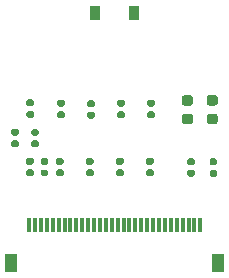
<source format=gbr>
G04 #@! TF.GenerationSoftware,KiCad,Pcbnew,(5.1.9)-1*
G04 #@! TF.CreationDate,2021-02-07T21:53:58-06:00*
G04 #@! TF.ProjectId,epaper-102,65706170-6572-42d3-9130-322e6b696361,rev?*
G04 #@! TF.SameCoordinates,Original*
G04 #@! TF.FileFunction,Paste,Bot*
G04 #@! TF.FilePolarity,Positive*
%FSLAX46Y46*%
G04 Gerber Fmt 4.6, Leading zero omitted, Abs format (unit mm)*
G04 Created by KiCad (PCBNEW (5.1.9)-1) date 2021-02-07 21:53:58*
%MOMM*%
%LPD*%
G01*
G04 APERTURE LIST*
%ADD10R,0.300000X1.300000*%
%ADD11R,1.000000X1.500000*%
%ADD12R,0.900000X1.200000*%
G04 APERTURE END LIST*
G36*
G01*
X27230000Y-85780000D02*
X27570000Y-85780000D01*
G75*
G02*
X27710000Y-85920000I0J-140000D01*
G01*
X27710000Y-86200000D01*
G75*
G02*
X27570000Y-86340000I-140000J0D01*
G01*
X27230000Y-86340000D01*
G75*
G02*
X27090000Y-86200000I0J140000D01*
G01*
X27090000Y-85920000D01*
G75*
G02*
X27230000Y-85780000I140000J0D01*
G01*
G37*
G36*
G01*
X27230000Y-84820000D02*
X27570000Y-84820000D01*
G75*
G02*
X27710000Y-84960000I0J-140000D01*
G01*
X27710000Y-85240000D01*
G75*
G02*
X27570000Y-85380000I-140000J0D01*
G01*
X27230000Y-85380000D01*
G75*
G02*
X27090000Y-85240000I0J140000D01*
G01*
X27090000Y-84960000D01*
G75*
G02*
X27230000Y-84820000I140000J0D01*
G01*
G37*
G36*
G01*
X26430000Y-83320000D02*
X26770000Y-83320000D01*
G75*
G02*
X26910000Y-83460000I0J-140000D01*
G01*
X26910000Y-83740000D01*
G75*
G02*
X26770000Y-83880000I-140000J0D01*
G01*
X26430000Y-83880000D01*
G75*
G02*
X26290000Y-83740000I0J140000D01*
G01*
X26290000Y-83460000D01*
G75*
G02*
X26430000Y-83320000I140000J0D01*
G01*
G37*
G36*
G01*
X26430000Y-82360000D02*
X26770000Y-82360000D01*
G75*
G02*
X26910000Y-82500000I0J-140000D01*
G01*
X26910000Y-82780000D01*
G75*
G02*
X26770000Y-82920000I-140000J0D01*
G01*
X26430000Y-82920000D01*
G75*
G02*
X26290000Y-82780000I0J140000D01*
G01*
X26290000Y-82500000D01*
G75*
G02*
X26430000Y-82360000I140000J0D01*
G01*
G37*
D10*
X26100000Y-90450000D03*
X26600000Y-90450000D03*
X27100000Y-90450000D03*
X27600000Y-90450000D03*
X28100000Y-90450000D03*
X28600000Y-90450000D03*
X29100000Y-90450000D03*
X29600000Y-90450000D03*
X30100000Y-90450000D03*
X30600000Y-90450000D03*
X31100000Y-90450000D03*
X31600000Y-90450000D03*
X32100000Y-90450000D03*
X32600000Y-90450000D03*
X33100000Y-90450000D03*
X33600000Y-90450000D03*
X34100000Y-90450000D03*
X34600000Y-90450000D03*
X35100000Y-90450000D03*
X35600000Y-90450000D03*
X36100000Y-90450000D03*
X36600000Y-90450000D03*
X37100000Y-90450000D03*
X37600000Y-90450000D03*
X38100000Y-90450000D03*
X38600000Y-90450000D03*
X39100000Y-90450000D03*
X39600000Y-90450000D03*
X40100000Y-90450000D03*
X40600000Y-90450000D03*
D11*
X42100000Y-93650000D03*
X24600000Y-93650000D03*
D12*
X35000000Y-72550000D03*
X31700000Y-72550000D03*
G36*
G01*
X41527500Y-85805000D02*
X41872500Y-85805000D01*
G75*
G02*
X42020000Y-85952500I0J-147500D01*
G01*
X42020000Y-86247500D01*
G75*
G02*
X41872500Y-86395000I-147500J0D01*
G01*
X41527500Y-86395000D01*
G75*
G02*
X41380000Y-86247500I0J147500D01*
G01*
X41380000Y-85952500D01*
G75*
G02*
X41527500Y-85805000I147500J0D01*
G01*
G37*
G36*
G01*
X41527500Y-84835000D02*
X41872500Y-84835000D01*
G75*
G02*
X42020000Y-84982500I0J-147500D01*
G01*
X42020000Y-85277500D01*
G75*
G02*
X41872500Y-85425000I-147500J0D01*
G01*
X41527500Y-85425000D01*
G75*
G02*
X41380000Y-85277500I0J147500D01*
G01*
X41380000Y-84982500D01*
G75*
G02*
X41527500Y-84835000I147500J0D01*
G01*
G37*
G36*
G01*
X41343750Y-81062500D02*
X41856250Y-81062500D01*
G75*
G02*
X42075000Y-81281250I0J-218750D01*
G01*
X42075000Y-81718750D01*
G75*
G02*
X41856250Y-81937500I-218750J0D01*
G01*
X41343750Y-81937500D01*
G75*
G02*
X41125000Y-81718750I0J218750D01*
G01*
X41125000Y-81281250D01*
G75*
G02*
X41343750Y-81062500I218750J0D01*
G01*
G37*
G36*
G01*
X41343750Y-79487500D02*
X41856250Y-79487500D01*
G75*
G02*
X42075000Y-79706250I0J-218750D01*
G01*
X42075000Y-80143750D01*
G75*
G02*
X41856250Y-80362500I-218750J0D01*
G01*
X41343750Y-80362500D01*
G75*
G02*
X41125000Y-80143750I0J218750D01*
G01*
X41125000Y-79706250D01*
G75*
G02*
X41343750Y-79487500I218750J0D01*
G01*
G37*
G36*
G01*
X39627500Y-85805000D02*
X39972500Y-85805000D01*
G75*
G02*
X40120000Y-85952500I0J-147500D01*
G01*
X40120000Y-86247500D01*
G75*
G02*
X39972500Y-86395000I-147500J0D01*
G01*
X39627500Y-86395000D01*
G75*
G02*
X39480000Y-86247500I0J147500D01*
G01*
X39480000Y-85952500D01*
G75*
G02*
X39627500Y-85805000I147500J0D01*
G01*
G37*
G36*
G01*
X39627500Y-84835000D02*
X39972500Y-84835000D01*
G75*
G02*
X40120000Y-84982500I0J-147500D01*
G01*
X40120000Y-85277500D01*
G75*
G02*
X39972500Y-85425000I-147500J0D01*
G01*
X39627500Y-85425000D01*
G75*
G02*
X39480000Y-85277500I0J147500D01*
G01*
X39480000Y-84982500D01*
G75*
G02*
X39627500Y-84835000I147500J0D01*
G01*
G37*
G36*
G01*
X39756250Y-80362500D02*
X39243750Y-80362500D01*
G75*
G02*
X39025000Y-80143750I0J218750D01*
G01*
X39025000Y-79706250D01*
G75*
G02*
X39243750Y-79487500I218750J0D01*
G01*
X39756250Y-79487500D01*
G75*
G02*
X39975000Y-79706250I0J-218750D01*
G01*
X39975000Y-80143750D01*
G75*
G02*
X39756250Y-80362500I-218750J0D01*
G01*
G37*
G36*
G01*
X39756250Y-81937500D02*
X39243750Y-81937500D01*
G75*
G02*
X39025000Y-81718750I0J218750D01*
G01*
X39025000Y-81281250D01*
G75*
G02*
X39243750Y-81062500I218750J0D01*
G01*
X39756250Y-81062500D01*
G75*
G02*
X39975000Y-81281250I0J-218750D01*
G01*
X39975000Y-81718750D01*
G75*
G02*
X39756250Y-81937500I-218750J0D01*
G01*
G37*
G36*
G01*
X36247500Y-80855000D02*
X36592500Y-80855000D01*
G75*
G02*
X36740000Y-81002500I0J-147500D01*
G01*
X36740000Y-81297500D01*
G75*
G02*
X36592500Y-81445000I-147500J0D01*
G01*
X36247500Y-81445000D01*
G75*
G02*
X36100000Y-81297500I0J147500D01*
G01*
X36100000Y-81002500D01*
G75*
G02*
X36247500Y-80855000I147500J0D01*
G01*
G37*
G36*
G01*
X36247500Y-79885000D02*
X36592500Y-79885000D01*
G75*
G02*
X36740000Y-80032500I0J-147500D01*
G01*
X36740000Y-80327500D01*
G75*
G02*
X36592500Y-80475000I-147500J0D01*
G01*
X36247500Y-80475000D01*
G75*
G02*
X36100000Y-80327500I0J147500D01*
G01*
X36100000Y-80032500D01*
G75*
G02*
X36247500Y-79885000I147500J0D01*
G01*
G37*
G36*
G01*
X36147500Y-85755000D02*
X36492500Y-85755000D01*
G75*
G02*
X36640000Y-85902500I0J-147500D01*
G01*
X36640000Y-86197500D01*
G75*
G02*
X36492500Y-86345000I-147500J0D01*
G01*
X36147500Y-86345000D01*
G75*
G02*
X36000000Y-86197500I0J147500D01*
G01*
X36000000Y-85902500D01*
G75*
G02*
X36147500Y-85755000I147500J0D01*
G01*
G37*
G36*
G01*
X36147500Y-84785000D02*
X36492500Y-84785000D01*
G75*
G02*
X36640000Y-84932500I0J-147500D01*
G01*
X36640000Y-85227500D01*
G75*
G02*
X36492500Y-85375000I-147500J0D01*
G01*
X36147500Y-85375000D01*
G75*
G02*
X36000000Y-85227500I0J147500D01*
G01*
X36000000Y-84932500D01*
G75*
G02*
X36147500Y-84785000I147500J0D01*
G01*
G37*
G36*
G01*
X33707500Y-80855000D02*
X34052500Y-80855000D01*
G75*
G02*
X34200000Y-81002500I0J-147500D01*
G01*
X34200000Y-81297500D01*
G75*
G02*
X34052500Y-81445000I-147500J0D01*
G01*
X33707500Y-81445000D01*
G75*
G02*
X33560000Y-81297500I0J147500D01*
G01*
X33560000Y-81002500D01*
G75*
G02*
X33707500Y-80855000I147500J0D01*
G01*
G37*
G36*
G01*
X33707500Y-79885000D02*
X34052500Y-79885000D01*
G75*
G02*
X34200000Y-80032500I0J-147500D01*
G01*
X34200000Y-80327500D01*
G75*
G02*
X34052500Y-80475000I-147500J0D01*
G01*
X33707500Y-80475000D01*
G75*
G02*
X33560000Y-80327500I0J147500D01*
G01*
X33560000Y-80032500D01*
G75*
G02*
X33707500Y-79885000I147500J0D01*
G01*
G37*
G36*
G01*
X33607500Y-85755000D02*
X33952500Y-85755000D01*
G75*
G02*
X34100000Y-85902500I0J-147500D01*
G01*
X34100000Y-86197500D01*
G75*
G02*
X33952500Y-86345000I-147500J0D01*
G01*
X33607500Y-86345000D01*
G75*
G02*
X33460000Y-86197500I0J147500D01*
G01*
X33460000Y-85902500D01*
G75*
G02*
X33607500Y-85755000I147500J0D01*
G01*
G37*
G36*
G01*
X33607500Y-84785000D02*
X33952500Y-84785000D01*
G75*
G02*
X34100000Y-84932500I0J-147500D01*
G01*
X34100000Y-85227500D01*
G75*
G02*
X33952500Y-85375000I-147500J0D01*
G01*
X33607500Y-85375000D01*
G75*
G02*
X33460000Y-85227500I0J147500D01*
G01*
X33460000Y-84932500D01*
G75*
G02*
X33607500Y-84785000I147500J0D01*
G01*
G37*
G36*
G01*
X31067500Y-85775000D02*
X31412500Y-85775000D01*
G75*
G02*
X31560000Y-85922500I0J-147500D01*
G01*
X31560000Y-86217500D01*
G75*
G02*
X31412500Y-86365000I-147500J0D01*
G01*
X31067500Y-86365000D01*
G75*
G02*
X30920000Y-86217500I0J147500D01*
G01*
X30920000Y-85922500D01*
G75*
G02*
X31067500Y-85775000I147500J0D01*
G01*
G37*
G36*
G01*
X31067500Y-84805000D02*
X31412500Y-84805000D01*
G75*
G02*
X31560000Y-84952500I0J-147500D01*
G01*
X31560000Y-85247500D01*
G75*
G02*
X31412500Y-85395000I-147500J0D01*
G01*
X31067500Y-85395000D01*
G75*
G02*
X30920000Y-85247500I0J147500D01*
G01*
X30920000Y-84952500D01*
G75*
G02*
X31067500Y-84805000I147500J0D01*
G01*
G37*
G36*
G01*
X31167500Y-80875000D02*
X31512500Y-80875000D01*
G75*
G02*
X31660000Y-81022500I0J-147500D01*
G01*
X31660000Y-81317500D01*
G75*
G02*
X31512500Y-81465000I-147500J0D01*
G01*
X31167500Y-81465000D01*
G75*
G02*
X31020000Y-81317500I0J147500D01*
G01*
X31020000Y-81022500D01*
G75*
G02*
X31167500Y-80875000I147500J0D01*
G01*
G37*
G36*
G01*
X31167500Y-79905000D02*
X31512500Y-79905000D01*
G75*
G02*
X31660000Y-80052500I0J-147500D01*
G01*
X31660000Y-80347500D01*
G75*
G02*
X31512500Y-80495000I-147500J0D01*
G01*
X31167500Y-80495000D01*
G75*
G02*
X31020000Y-80347500I0J147500D01*
G01*
X31020000Y-80052500D01*
G75*
G02*
X31167500Y-79905000I147500J0D01*
G01*
G37*
G36*
G01*
X28627500Y-80855000D02*
X28972500Y-80855000D01*
G75*
G02*
X29120000Y-81002500I0J-147500D01*
G01*
X29120000Y-81297500D01*
G75*
G02*
X28972500Y-81445000I-147500J0D01*
G01*
X28627500Y-81445000D01*
G75*
G02*
X28480000Y-81297500I0J147500D01*
G01*
X28480000Y-81002500D01*
G75*
G02*
X28627500Y-80855000I147500J0D01*
G01*
G37*
G36*
G01*
X28627500Y-79885000D02*
X28972500Y-79885000D01*
G75*
G02*
X29120000Y-80032500I0J-147500D01*
G01*
X29120000Y-80327500D01*
G75*
G02*
X28972500Y-80475000I-147500J0D01*
G01*
X28627500Y-80475000D01*
G75*
G02*
X28480000Y-80327500I0J147500D01*
G01*
X28480000Y-80032500D01*
G75*
G02*
X28627500Y-79885000I147500J0D01*
G01*
G37*
G36*
G01*
X26027500Y-80805000D02*
X26372500Y-80805000D01*
G75*
G02*
X26520000Y-80952500I0J-147500D01*
G01*
X26520000Y-81247500D01*
G75*
G02*
X26372500Y-81395000I-147500J0D01*
G01*
X26027500Y-81395000D01*
G75*
G02*
X25880000Y-81247500I0J147500D01*
G01*
X25880000Y-80952500D01*
G75*
G02*
X26027500Y-80805000I147500J0D01*
G01*
G37*
G36*
G01*
X26027500Y-79835000D02*
X26372500Y-79835000D01*
G75*
G02*
X26520000Y-79982500I0J-147500D01*
G01*
X26520000Y-80277500D01*
G75*
G02*
X26372500Y-80425000I-147500J0D01*
G01*
X26027500Y-80425000D01*
G75*
G02*
X25880000Y-80277500I0J147500D01*
G01*
X25880000Y-79982500D01*
G75*
G02*
X26027500Y-79835000I147500J0D01*
G01*
G37*
G36*
G01*
X28527500Y-85775000D02*
X28872500Y-85775000D01*
G75*
G02*
X29020000Y-85922500I0J-147500D01*
G01*
X29020000Y-86217500D01*
G75*
G02*
X28872500Y-86365000I-147500J0D01*
G01*
X28527500Y-86365000D01*
G75*
G02*
X28380000Y-86217500I0J147500D01*
G01*
X28380000Y-85922500D01*
G75*
G02*
X28527500Y-85775000I147500J0D01*
G01*
G37*
G36*
G01*
X28527500Y-84805000D02*
X28872500Y-84805000D01*
G75*
G02*
X29020000Y-84952500I0J-147500D01*
G01*
X29020000Y-85247500D01*
G75*
G02*
X28872500Y-85395000I-147500J0D01*
G01*
X28527500Y-85395000D01*
G75*
G02*
X28380000Y-85247500I0J147500D01*
G01*
X28380000Y-84952500D01*
G75*
G02*
X28527500Y-84805000I147500J0D01*
G01*
G37*
G36*
G01*
X25987500Y-85755000D02*
X26332500Y-85755000D01*
G75*
G02*
X26480000Y-85902500I0J-147500D01*
G01*
X26480000Y-86197500D01*
G75*
G02*
X26332500Y-86345000I-147500J0D01*
G01*
X25987500Y-86345000D01*
G75*
G02*
X25840000Y-86197500I0J147500D01*
G01*
X25840000Y-85902500D01*
G75*
G02*
X25987500Y-85755000I147500J0D01*
G01*
G37*
G36*
G01*
X25987500Y-84785000D02*
X26332500Y-84785000D01*
G75*
G02*
X26480000Y-84932500I0J-147500D01*
G01*
X26480000Y-85227500D01*
G75*
G02*
X26332500Y-85375000I-147500J0D01*
G01*
X25987500Y-85375000D01*
G75*
G02*
X25840000Y-85227500I0J147500D01*
G01*
X25840000Y-84932500D01*
G75*
G02*
X25987500Y-84785000I147500J0D01*
G01*
G37*
G36*
G01*
X24727500Y-83305000D02*
X25072500Y-83305000D01*
G75*
G02*
X25220000Y-83452500I0J-147500D01*
G01*
X25220000Y-83747500D01*
G75*
G02*
X25072500Y-83895000I-147500J0D01*
G01*
X24727500Y-83895000D01*
G75*
G02*
X24580000Y-83747500I0J147500D01*
G01*
X24580000Y-83452500D01*
G75*
G02*
X24727500Y-83305000I147500J0D01*
G01*
G37*
G36*
G01*
X24727500Y-82335000D02*
X25072500Y-82335000D01*
G75*
G02*
X25220000Y-82482500I0J-147500D01*
G01*
X25220000Y-82777500D01*
G75*
G02*
X25072500Y-82925000I-147500J0D01*
G01*
X24727500Y-82925000D01*
G75*
G02*
X24580000Y-82777500I0J147500D01*
G01*
X24580000Y-82482500D01*
G75*
G02*
X24727500Y-82335000I147500J0D01*
G01*
G37*
M02*

</source>
